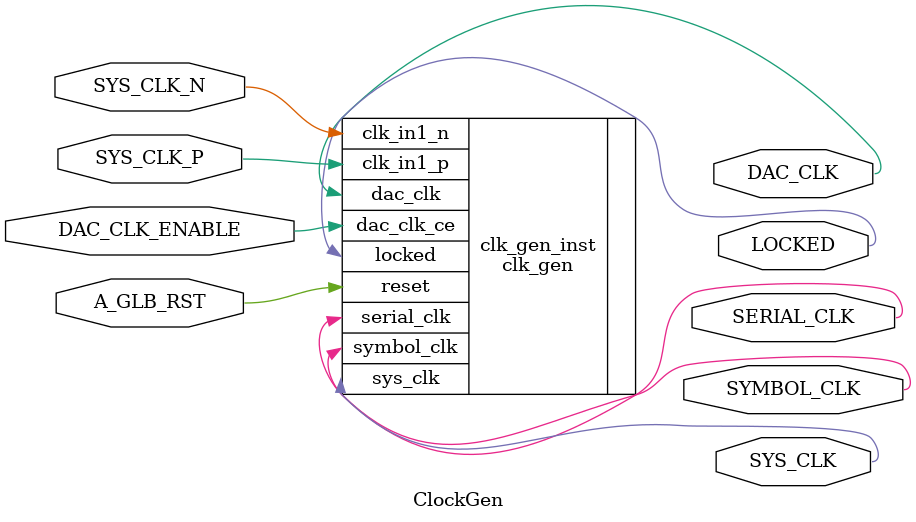
<source format=v>
module ClockGen(
	input SYS_CLK_P,
	input SYS_CLK_N,
	input A_GLB_RST, //global reset input
  input DAC_CLK_ENABLE,
	output LOCKED,
  output DAC_CLK,
  output SERIAL_CLK,
  output SYMBOL_CLK,
	output SYS_CLK		
);

clk_gen clk_gen_inst
 (
  // Clock out ports
  .serial_clk(SERIAL_CLK),     // output serial_clk
  .symbol_clk(SYMBOL_CLK),     // output symbol_clk
  .sys_clk(SYS_CLK),     // output sys_clk
  .dac_clk(DAC_CLK),
  .dac_clk_ce(DAC_CLK_ENABLE),
  // Status and control signals
  .reset(A_GLB_RST), // input reset
  .locked(LOCKED),       // output locked
 // Clock in ports
  .clk_in1_p(SYS_CLK_P),    // input clk_in1_p
  .clk_in1_n(SYS_CLK_N));    // input clk_in1_n


endmodule
</source>
